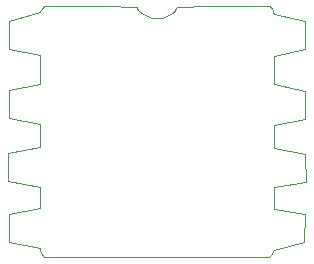
<source format=gbr>
G04 #@! TF.GenerationSoftware,KiCad,Pcbnew,5.1.5+dfsg1-2build2*
G04 #@! TF.CreationDate,2021-05-24T09:01:55+02:00*
G04 #@! TF.ProjectId,gopher-pin-v3-drawing,676f7068-6572-42d7-9069-6e2d76332d64,rev?*
G04 #@! TF.SameCoordinates,Original*
G04 #@! TF.FileFunction,Profile,NP*
%FSLAX46Y46*%
G04 Gerber Fmt 4.6, Leading zero omitted, Abs format (unit mm)*
G04 Created by KiCad (PCBNEW 5.1.5+dfsg1-2build2) date 2021-05-24 09:01:55*
%MOMM*%
%LPD*%
G04 APERTURE LIST*
%ADD10C,0.100000*%
G04 APERTURE END LIST*
D10*
X-46400776Y28048364D02*
X-46468514Y28150190D01*
X-46468514Y28150190D02*
X-46523987Y28263484D01*
X-46523987Y28263484D02*
X-46561469Y28374436D01*
X-46561469Y28374436D02*
X-46575235Y28469236D01*
X-46575235Y28469236D02*
X-46575169Y28600598D01*
X-46575169Y28600598D02*
X-49225361Y29141439D01*
X-49225361Y29141439D02*
X-49197576Y31508342D01*
X-49197576Y31508342D02*
X-46573466Y31991603D01*
X-46573466Y31991603D02*
X-46572596Y33722161D01*
X-46572596Y33722161D02*
X-49278839Y34259484D01*
X-49278839Y34259484D02*
X-49251054Y36626387D01*
X-49251054Y36626387D02*
X-46570881Y37136552D01*
X-46570881Y37136552D02*
X-46599558Y39075168D01*
X-46599558Y39075168D02*
X-49208681Y39591512D01*
X-49208681Y39591512D02*
X-49180896Y41958414D01*
X-49180896Y41958414D02*
X-46568203Y42468578D01*
X-46568203Y42468578D02*
X-46566969Y44924139D01*
X-46566969Y44924139D02*
X-49211507Y45451225D01*
X-49211507Y45451225D02*
X-49183722Y47818128D01*
X-49183722Y47818128D02*
X-46565147Y48551220D01*
X-46565147Y48551220D02*
X-46535622Y48672044D01*
X-46535622Y48672044D02*
X-46487777Y48784786D01*
X-46487777Y48784786D02*
X-46422726Y48871653D01*
X-46422726Y48871653D02*
X-46328279Y48982427D01*
X-46328279Y48982427D02*
X-46276360Y49031105D01*
X-46276360Y49031105D02*
X-46210591Y49059996D01*
X-46210591Y49059996D02*
X-42320226Y49052396D01*
X-42320226Y49052396D02*
X-40376162Y49043828D01*
X-40376162Y49043828D02*
X-39160526Y49024466D01*
X-39160526Y49024466D02*
X-38529142Y48990097D01*
X-38529142Y48990097D02*
X-38387490Y48965969D01*
X-38387490Y48965969D02*
X-38337830Y48936509D01*
X-38337830Y48936509D02*
X-38256520Y48771949D01*
X-38256520Y48771949D02*
X-38117890Y48610165D01*
X-38117890Y48610165D02*
X-37932694Y48457063D01*
X-37932694Y48457063D02*
X-37711690Y48318552D01*
X-37711690Y48318552D02*
X-37465631Y48200538D01*
X-37465631Y48200538D02*
X-37205273Y48108929D01*
X-37205273Y48108929D02*
X-36941373Y48049631D01*
X-36941373Y48049631D02*
X-36684684Y48028552D01*
X-36684684Y48028552D02*
X-36427995Y48049631D01*
X-36427995Y48049631D02*
X-36164095Y48108929D01*
X-36164095Y48108929D02*
X-35903737Y48200538D01*
X-35903737Y48200538D02*
X-35657678Y48318552D01*
X-35657678Y48318552D02*
X-35436674Y48457063D01*
X-35436674Y48457063D02*
X-35251478Y48610165D01*
X-35251478Y48610165D02*
X-35112848Y48771949D01*
X-35112848Y48771949D02*
X-35031538Y48936509D01*
X-35031538Y48936509D02*
X-34981888Y48965970D01*
X-34981888Y48965970D02*
X-34840236Y48990099D01*
X-34840236Y48990099D02*
X-34208851Y49024468D01*
X-34208851Y49024468D02*
X-32993215Y49043829D01*
X-32993215Y49043829D02*
X-31049151Y49052396D01*
X-31049151Y49052396D02*
X-27140004Y49059996D01*
X-27140004Y49059996D02*
X-27084384Y49031959D01*
X-27084384Y49031959D02*
X-27033454Y48982757D01*
X-27033454Y48982757D02*
X-26946654Y48871653D01*
X-26946654Y48871653D02*
X-26887434Y48779333D01*
X-26887434Y48779333D02*
X-26838944Y48667196D01*
X-26838944Y48667196D02*
X-26806174Y48549402D01*
X-26806174Y48549402D02*
X-26794144Y48440111D01*
X-26794144Y48440111D02*
X-24171078Y47775345D01*
X-24171078Y47775345D02*
X-24143288Y45408442D01*
X-24143288Y45408442D02*
X-26794155Y44853955D01*
X-26794155Y44853955D02*
X-26794165Y42468575D01*
X-26794165Y42468575D02*
X-24173899Y41915630D01*
X-24173899Y41915630D02*
X-24146109Y39548728D01*
X-24146109Y39548728D02*
X-26794175Y39030820D01*
X-26794175Y39030820D02*
X-26794184Y37066389D01*
X-26794184Y37066389D02*
X-24103736Y36583603D01*
X-24103736Y36583603D02*
X-24075946Y34216700D01*
X-24075946Y34216700D02*
X-26794194Y33768952D01*
X-26794194Y33768952D02*
X-26794202Y31874679D01*
X-26794202Y31874679D02*
X-24157209Y31465558D01*
X-24157209Y31465558D02*
X-24184759Y29128088D01*
X-24184759Y29128088D02*
X-26794217Y28469202D01*
X-26794217Y28469202D02*
X-26807987Y28374402D01*
X-26807987Y28374402D02*
X-26845467Y28263450D01*
X-26845467Y28263450D02*
X-26900937Y28150156D01*
X-26900937Y28150156D02*
X-26968677Y28048330D01*
X-26968677Y28048330D02*
X-27081174Y27904951D01*
X-27081174Y27904951D02*
X-27148374Y27845171D01*
X-27148374Y27845171D02*
X-27215744Y27825571D01*
X-27215744Y27825571D02*
X-36684710Y27826524D01*
X-36684710Y27826524D02*
X-46226321Y27826524D01*
X-46226321Y27826524D02*
X-46257530Y27845704D01*
X-46257530Y27845704D02*
X-46302424Y27904894D01*
X-46302424Y27904894D02*
X-46400780Y28048320D01*
X-46400780Y28048320D02*
X-46400776Y28048327D01*
X-46400776Y28048327D02*
X-46400776Y28048364D01*
M02*

</source>
